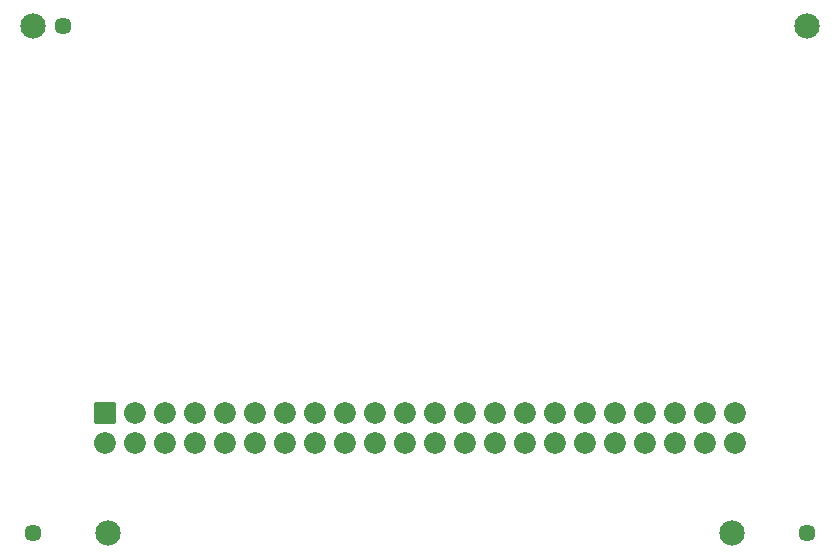
<source format=gbs>
G04 #@! TF.GenerationSoftware,KiCad,Pcbnew,(6.0.1-0)*
G04 #@! TF.CreationDate,2022-02-10T22:24:19-05:00*
G04 #@! TF.ProjectId,MacClassicRAMCard,4d616343-6c61-4737-9369-6352414d4361,rev?*
G04 #@! TF.SameCoordinates,Original*
G04 #@! TF.FileFunction,Soldermask,Bot*
G04 #@! TF.FilePolarity,Negative*
%FSLAX46Y46*%
G04 Gerber Fmt 4.6, Leading zero omitted, Abs format (unit mm)*
G04 Created by KiCad (PCBNEW (6.0.1-0)) date 2022-02-10 22:24:19*
%MOMM*%
%LPD*%
G01*
G04 APERTURE LIST*
G04 Aperture macros list*
%AMRoundRect*
0 Rectangle with rounded corners*
0 $1 Rounding radius*
0 $2 $3 $4 $5 $6 $7 $8 $9 X,Y pos of 4 corners*
0 Add a 4 corners polygon primitive as box body*
4,1,4,$2,$3,$4,$5,$6,$7,$8,$9,$2,$3,0*
0 Add four circle primitives for the rounded corners*
1,1,$1+$1,$2,$3*
1,1,$1+$1,$4,$5*
1,1,$1+$1,$6,$7*
1,1,$1+$1,$8,$9*
0 Add four rect primitives between the rounded corners*
20,1,$1+$1,$2,$3,$4,$5,0*
20,1,$1+$1,$4,$5,$6,$7,0*
20,1,$1+$1,$6,$7,$8,$9,0*
20,1,$1+$1,$8,$9,$2,$3,0*%
G04 Aperture macros list end*
%ADD10C,2.150000*%
%ADD11RoundRect,0.075000X0.850000X-0.850000X0.850000X0.850000X-0.850000X0.850000X-0.850000X-0.850000X0*%
%ADD12O,1.850000X1.850000*%
%ADD13C,1.448000*%
G04 APERTURE END LIST*
D10*
X87884000Y-90424000D03*
X153416000Y-90424000D03*
D11*
X93980000Y-123190000D03*
D12*
X93980000Y-125730000D03*
X96520000Y-123190000D03*
X96520000Y-125730000D03*
X99060000Y-123190000D03*
X99060000Y-125730000D03*
X101600000Y-123190000D03*
X101600000Y-125730000D03*
X104140000Y-123190000D03*
X104140000Y-125730000D03*
X106680000Y-123190000D03*
X106680000Y-125730000D03*
X109220000Y-123190000D03*
X109220000Y-125730000D03*
X111760000Y-123190000D03*
X111760000Y-125730000D03*
X114300000Y-123190000D03*
X114300000Y-125730000D03*
X116840000Y-123190000D03*
X116840000Y-125730000D03*
X119380000Y-123190000D03*
X119380000Y-125730000D03*
X121920000Y-123190000D03*
X121920000Y-125730000D03*
X124460000Y-123190000D03*
X124460000Y-125730000D03*
X127000000Y-123190000D03*
X127000000Y-125730000D03*
X129540000Y-123190000D03*
X129540000Y-125730000D03*
X132080000Y-123190000D03*
X132080000Y-125730000D03*
X134620000Y-123190000D03*
X134620000Y-125730000D03*
X137160000Y-123190000D03*
X137160000Y-125730000D03*
X139700000Y-123190000D03*
X139700000Y-125730000D03*
X142240000Y-123190000D03*
X142240000Y-125730000D03*
X144780000Y-123190000D03*
X144780000Y-125730000D03*
X147320000Y-123190000D03*
X147320000Y-125730000D03*
D10*
X147066000Y-133350000D03*
X94234000Y-133350000D03*
D13*
X87884000Y-133350000D03*
X90424000Y-90424000D03*
X153416000Y-133350000D03*
M02*

</source>
